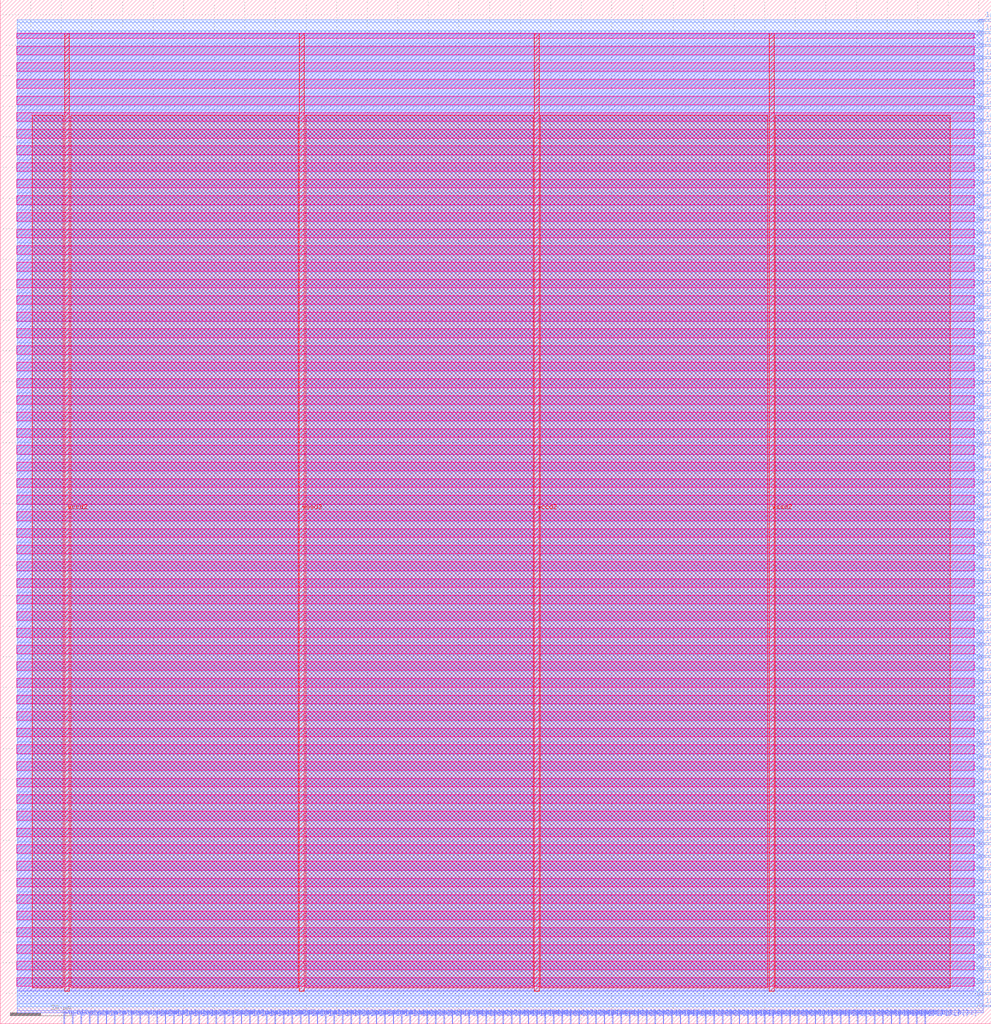
<source format=lef>
VERSION 5.7 ;
  NOWIREEXTENSIONATPIN ON ;
  DIVIDERCHAR "/" ;
  BUSBITCHARS "[]" ;
MACRO wb_RAxM
  CLASS BLOCK ;
  FOREIGN wb_RAxM ;
  ORIGIN 0.000 0.000 ;
  SIZE 324.040 BY 334.760 ;
  PIN la_data_in[0]
    DIRECTION INPUT ;
    USE SIGNAL ;
    ANTENNAGATEAREA 0.126000 ;
    PORT
      LAYER met3 ;
        RECT 320.040 5.480 324.040 6.080 ;
    END
  END la_data_in[0]
  PIN la_data_in[10]
    DIRECTION INPUT ;
    USE SIGNAL ;
    ANTENNAGATEAREA 0.126000 ;
    ANTENNADIFFAREA 0.434700 ;
    PORT
      LAYER met3 ;
        RECT 320.040 46.280 324.040 46.880 ;
    END
  END la_data_in[10]
  PIN la_data_in[11]
    DIRECTION INPUT ;
    USE SIGNAL ;
    ANTENNAGATEAREA 0.126000 ;
    PORT
      LAYER met3 ;
        RECT 320.040 50.360 324.040 50.960 ;
    END
  END la_data_in[11]
  PIN la_data_in[12]
    DIRECTION INPUT ;
    USE SIGNAL ;
    ANTENNAGATEAREA 0.126000 ;
    PORT
      LAYER met3 ;
        RECT 320.040 54.440 324.040 55.040 ;
    END
  END la_data_in[12]
  PIN la_data_in[13]
    DIRECTION INPUT ;
    USE SIGNAL ;
    ANTENNAGATEAREA 0.126000 ;
    PORT
      LAYER met3 ;
        RECT 320.040 58.520 324.040 59.120 ;
    END
  END la_data_in[13]
  PIN la_data_in[14]
    DIRECTION INPUT ;
    USE SIGNAL ;
    ANTENNAGATEAREA 0.126000 ;
    PORT
      LAYER met3 ;
        RECT 320.040 62.600 324.040 63.200 ;
    END
  END la_data_in[14]
  PIN la_data_in[15]
    DIRECTION INPUT ;
    USE SIGNAL ;
    ANTENNAGATEAREA 0.126000 ;
    PORT
      LAYER met3 ;
        RECT 320.040 66.680 324.040 67.280 ;
    END
  END la_data_in[15]
  PIN la_data_in[16]
    DIRECTION INPUT ;
    USE SIGNAL ;
    ANTENNAGATEAREA 0.126000 ;
    PORT
      LAYER met3 ;
        RECT 320.040 70.760 324.040 71.360 ;
    END
  END la_data_in[16]
  PIN la_data_in[17]
    DIRECTION INPUT ;
    USE SIGNAL ;
    ANTENNAGATEAREA 0.126000 ;
    PORT
      LAYER met3 ;
        RECT 320.040 74.840 324.040 75.440 ;
    END
  END la_data_in[17]
  PIN la_data_in[18]
    DIRECTION INPUT ;
    USE SIGNAL ;
    ANTENNAGATEAREA 0.126000 ;
    PORT
      LAYER met3 ;
        RECT 320.040 78.920 324.040 79.520 ;
    END
  END la_data_in[18]
  PIN la_data_in[19]
    DIRECTION INPUT ;
    USE SIGNAL ;
    ANTENNAGATEAREA 0.126000 ;
    PORT
      LAYER met3 ;
        RECT 320.040 83.000 324.040 83.600 ;
    END
  END la_data_in[19]
  PIN la_data_in[1]
    DIRECTION INPUT ;
    USE SIGNAL ;
    ANTENNAGATEAREA 0.126000 ;
    PORT
      LAYER met3 ;
        RECT 320.040 9.560 324.040 10.160 ;
    END
  END la_data_in[1]
  PIN la_data_in[20]
    DIRECTION INPUT ;
    USE SIGNAL ;
    ANTENNAGATEAREA 0.126000 ;
    PORT
      LAYER met3 ;
        RECT 320.040 87.080 324.040 87.680 ;
    END
  END la_data_in[20]
  PIN la_data_in[21]
    DIRECTION INPUT ;
    USE SIGNAL ;
    ANTENNAGATEAREA 0.126000 ;
    PORT
      LAYER met3 ;
        RECT 320.040 91.160 324.040 91.760 ;
    END
  END la_data_in[21]
  PIN la_data_in[22]
    DIRECTION INPUT ;
    USE SIGNAL ;
    ANTENNAGATEAREA 0.126000 ;
    PORT
      LAYER met3 ;
        RECT 320.040 95.240 324.040 95.840 ;
    END
  END la_data_in[22]
  PIN la_data_in[23]
    DIRECTION INPUT ;
    USE SIGNAL ;
    ANTENNAGATEAREA 0.126000 ;
    PORT
      LAYER met3 ;
        RECT 320.040 99.320 324.040 99.920 ;
    END
  END la_data_in[23]
  PIN la_data_in[24]
    DIRECTION INPUT ;
    USE SIGNAL ;
    ANTENNAGATEAREA 0.126000 ;
    PORT
      LAYER met3 ;
        RECT 320.040 103.400 324.040 104.000 ;
    END
  END la_data_in[24]
  PIN la_data_in[25]
    DIRECTION INPUT ;
    USE SIGNAL ;
    ANTENNAGATEAREA 0.126000 ;
    PORT
      LAYER met3 ;
        RECT 320.040 107.480 324.040 108.080 ;
    END
  END la_data_in[25]
  PIN la_data_in[26]
    DIRECTION INPUT ;
    USE SIGNAL ;
    ANTENNAGATEAREA 0.126000 ;
    PORT
      LAYER met3 ;
        RECT 320.040 111.560 324.040 112.160 ;
    END
  END la_data_in[26]
  PIN la_data_in[27]
    DIRECTION INPUT ;
    USE SIGNAL ;
    ANTENNAGATEAREA 0.126000 ;
    PORT
      LAYER met3 ;
        RECT 320.040 115.640 324.040 116.240 ;
    END
  END la_data_in[27]
  PIN la_data_in[28]
    DIRECTION INPUT ;
    USE SIGNAL ;
    ANTENNAGATEAREA 0.126000 ;
    PORT
      LAYER met3 ;
        RECT 320.040 119.720 324.040 120.320 ;
    END
  END la_data_in[28]
  PIN la_data_in[29]
    DIRECTION INPUT ;
    USE SIGNAL ;
    ANTENNAGATEAREA 0.126000 ;
    PORT
      LAYER met3 ;
        RECT 320.040 123.800 324.040 124.400 ;
    END
  END la_data_in[29]
  PIN la_data_in[2]
    DIRECTION INPUT ;
    USE SIGNAL ;
    ANTENNAGATEAREA 0.126000 ;
    PORT
      LAYER met3 ;
        RECT 320.040 13.640 324.040 14.240 ;
    END
  END la_data_in[2]
  PIN la_data_in[30]
    DIRECTION INPUT ;
    USE SIGNAL ;
    ANTENNAGATEAREA 0.126000 ;
    PORT
      LAYER met3 ;
        RECT 320.040 127.880 324.040 128.480 ;
    END
  END la_data_in[30]
  PIN la_data_in[31]
    DIRECTION INPUT ;
    USE SIGNAL ;
    ANTENNAGATEAREA 0.126000 ;
    PORT
      LAYER met3 ;
        RECT 320.040 131.960 324.040 132.560 ;
    END
  END la_data_in[31]
  PIN la_data_in[32]
    DIRECTION INPUT ;
    USE SIGNAL ;
    ANTENNAGATEAREA 0.126000 ;
    PORT
      LAYER met3 ;
        RECT 320.040 136.040 324.040 136.640 ;
    END
  END la_data_in[32]
  PIN la_data_in[33]
    DIRECTION INPUT ;
    USE SIGNAL ;
    ANTENNAGATEAREA 0.126000 ;
    PORT
      LAYER met3 ;
        RECT 320.040 140.120 324.040 140.720 ;
    END
  END la_data_in[33]
  PIN la_data_in[34]
    DIRECTION INPUT ;
    USE SIGNAL ;
    ANTENNAGATEAREA 0.126000 ;
    PORT
      LAYER met3 ;
        RECT 320.040 144.200 324.040 144.800 ;
    END
  END la_data_in[34]
  PIN la_data_in[35]
    DIRECTION INPUT ;
    USE SIGNAL ;
    ANTENNAGATEAREA 0.126000 ;
    PORT
      LAYER met3 ;
        RECT 320.040 148.280 324.040 148.880 ;
    END
  END la_data_in[35]
  PIN la_data_in[36]
    DIRECTION INPUT ;
    USE SIGNAL ;
    ANTENNAGATEAREA 0.126000 ;
    PORT
      LAYER met3 ;
        RECT 320.040 152.360 324.040 152.960 ;
    END
  END la_data_in[36]
  PIN la_data_in[37]
    DIRECTION INPUT ;
    USE SIGNAL ;
    ANTENNAGATEAREA 0.126000 ;
    PORT
      LAYER met3 ;
        RECT 320.040 156.440 324.040 157.040 ;
    END
  END la_data_in[37]
  PIN la_data_in[38]
    DIRECTION INPUT ;
    USE SIGNAL ;
    ANTENNAGATEAREA 0.126000 ;
    PORT
      LAYER met3 ;
        RECT 320.040 160.520 324.040 161.120 ;
    END
  END la_data_in[38]
  PIN la_data_in[39]
    DIRECTION INPUT ;
    USE SIGNAL ;
    ANTENNAGATEAREA 0.126000 ;
    PORT
      LAYER met3 ;
        RECT 320.040 164.600 324.040 165.200 ;
    END
  END la_data_in[39]
  PIN la_data_in[3]
    DIRECTION INPUT ;
    USE SIGNAL ;
    ANTENNAGATEAREA 0.126000 ;
    ANTENNADIFFAREA 0.434700 ;
    PORT
      LAYER met3 ;
        RECT 320.040 17.720 324.040 18.320 ;
    END
  END la_data_in[3]
  PIN la_data_in[40]
    DIRECTION INPUT ;
    USE SIGNAL ;
    ANTENNAGATEAREA 0.126000 ;
    PORT
      LAYER met3 ;
        RECT 320.040 168.680 324.040 169.280 ;
    END
  END la_data_in[40]
  PIN la_data_in[41]
    DIRECTION INPUT ;
    USE SIGNAL ;
    ANTENNAGATEAREA 0.126000 ;
    PORT
      LAYER met3 ;
        RECT 320.040 172.760 324.040 173.360 ;
    END
  END la_data_in[41]
  PIN la_data_in[42]
    DIRECTION INPUT ;
    USE SIGNAL ;
    ANTENNAGATEAREA 0.126000 ;
    PORT
      LAYER met3 ;
        RECT 320.040 176.840 324.040 177.440 ;
    END
  END la_data_in[42]
  PIN la_data_in[43]
    DIRECTION INPUT ;
    USE SIGNAL ;
    ANTENNAGATEAREA 0.126000 ;
    PORT
      LAYER met3 ;
        RECT 320.040 180.920 324.040 181.520 ;
    END
  END la_data_in[43]
  PIN la_data_in[44]
    DIRECTION INPUT ;
    USE SIGNAL ;
    ANTENNAGATEAREA 0.126000 ;
    PORT
      LAYER met3 ;
        RECT 320.040 185.000 324.040 185.600 ;
    END
  END la_data_in[44]
  PIN la_data_in[45]
    DIRECTION INPUT ;
    USE SIGNAL ;
    ANTENNAGATEAREA 0.126000 ;
    PORT
      LAYER met3 ;
        RECT 320.040 189.080 324.040 189.680 ;
    END
  END la_data_in[45]
  PIN la_data_in[46]
    DIRECTION INPUT ;
    USE SIGNAL ;
    ANTENNAGATEAREA 0.126000 ;
    PORT
      LAYER met3 ;
        RECT 320.040 193.160 324.040 193.760 ;
    END
  END la_data_in[46]
  PIN la_data_in[47]
    DIRECTION INPUT ;
    USE SIGNAL ;
    ANTENNAGATEAREA 0.126000 ;
    PORT
      LAYER met3 ;
        RECT 320.040 197.240 324.040 197.840 ;
    END
  END la_data_in[47]
  PIN la_data_in[4]
    DIRECTION INPUT ;
    USE SIGNAL ;
    ANTENNAGATEAREA 0.126000 ;
    PORT
      LAYER met3 ;
        RECT 320.040 21.800 324.040 22.400 ;
    END
  END la_data_in[4]
  PIN la_data_in[5]
    DIRECTION INPUT ;
    USE SIGNAL ;
    ANTENNAGATEAREA 0.126000 ;
    PORT
      LAYER met3 ;
        RECT 320.040 25.880 324.040 26.480 ;
    END
  END la_data_in[5]
  PIN la_data_in[6]
    DIRECTION INPUT ;
    USE SIGNAL ;
    ANTENNAGATEAREA 0.126000 ;
    ANTENNADIFFAREA 0.434700 ;
    PORT
      LAYER met3 ;
        RECT 320.040 29.960 324.040 30.560 ;
    END
  END la_data_in[6]
  PIN la_data_in[7]
    DIRECTION INPUT ;
    USE SIGNAL ;
    ANTENNAGATEAREA 0.126000 ;
    PORT
      LAYER met3 ;
        RECT 320.040 34.040 324.040 34.640 ;
    END
  END la_data_in[7]
  PIN la_data_in[8]
    DIRECTION INPUT ;
    USE SIGNAL ;
    ANTENNAGATEAREA 0.126000 ;
    PORT
      LAYER met3 ;
        RECT 320.040 38.120 324.040 38.720 ;
    END
  END la_data_in[8]
  PIN la_data_in[9]
    DIRECTION INPUT ;
    USE SIGNAL ;
    ANTENNAGATEAREA 0.126000 ;
    ANTENNADIFFAREA 0.434700 ;
    PORT
      LAYER met3 ;
        RECT 320.040 42.200 324.040 42.800 ;
    END
  END la_data_in[9]
  PIN la_data_out[0]
    DIRECTION OUTPUT TRISTATE ;
    USE SIGNAL ;
    ANTENNADIFFAREA 2.673000 ;
    PORT
      LAYER met3 ;
        RECT 320.040 201.320 324.040 201.920 ;
    END
  END la_data_out[0]
  PIN la_data_out[10]
    DIRECTION OUTPUT TRISTATE ;
    USE SIGNAL ;
    ANTENNADIFFAREA 2.673000 ;
    PORT
      LAYER met3 ;
        RECT 320.040 242.120 324.040 242.720 ;
    END
  END la_data_out[10]
  PIN la_data_out[11]
    DIRECTION OUTPUT TRISTATE ;
    USE SIGNAL ;
    ANTENNADIFFAREA 2.673000 ;
    PORT
      LAYER met3 ;
        RECT 320.040 246.200 324.040 246.800 ;
    END
  END la_data_out[11]
  PIN la_data_out[12]
    DIRECTION OUTPUT TRISTATE ;
    USE SIGNAL ;
    ANTENNADIFFAREA 2.673000 ;
    PORT
      LAYER met3 ;
        RECT 320.040 250.280 324.040 250.880 ;
    END
  END la_data_out[12]
  PIN la_data_out[13]
    DIRECTION OUTPUT TRISTATE ;
    USE SIGNAL ;
    ANTENNADIFFAREA 2.673000 ;
    PORT
      LAYER met3 ;
        RECT 320.040 254.360 324.040 254.960 ;
    END
  END la_data_out[13]
  PIN la_data_out[14]
    DIRECTION OUTPUT TRISTATE ;
    USE SIGNAL ;
    ANTENNADIFFAREA 2.673000 ;
    PORT
      LAYER met3 ;
        RECT 320.040 258.440 324.040 259.040 ;
    END
  END la_data_out[14]
  PIN la_data_out[15]
    DIRECTION OUTPUT TRISTATE ;
    USE SIGNAL ;
    ANTENNADIFFAREA 2.673000 ;
    PORT
      LAYER met3 ;
        RECT 320.040 262.520 324.040 263.120 ;
    END
  END la_data_out[15]
  PIN la_data_out[16]
    DIRECTION OUTPUT TRISTATE ;
    USE SIGNAL ;
    ANTENNADIFFAREA 2.673000 ;
    PORT
      LAYER met3 ;
        RECT 320.040 266.600 324.040 267.200 ;
    END
  END la_data_out[16]
  PIN la_data_out[17]
    DIRECTION OUTPUT TRISTATE ;
    USE SIGNAL ;
    ANTENNADIFFAREA 2.673000 ;
    PORT
      LAYER met3 ;
        RECT 320.040 270.680 324.040 271.280 ;
    END
  END la_data_out[17]
  PIN la_data_out[18]
    DIRECTION OUTPUT TRISTATE ;
    USE SIGNAL ;
    ANTENNADIFFAREA 2.673000 ;
    PORT
      LAYER met3 ;
        RECT 320.040 274.760 324.040 275.360 ;
    END
  END la_data_out[18]
  PIN la_data_out[19]
    DIRECTION OUTPUT TRISTATE ;
    USE SIGNAL ;
    ANTENNADIFFAREA 2.673000 ;
    PORT
      LAYER met3 ;
        RECT 320.040 278.840 324.040 279.440 ;
    END
  END la_data_out[19]
  PIN la_data_out[1]
    DIRECTION OUTPUT TRISTATE ;
    USE SIGNAL ;
    ANTENNADIFFAREA 2.673000 ;
    PORT
      LAYER met3 ;
        RECT 320.040 205.400 324.040 206.000 ;
    END
  END la_data_out[1]
  PIN la_data_out[20]
    DIRECTION OUTPUT TRISTATE ;
    USE SIGNAL ;
    ANTENNADIFFAREA 2.673000 ;
    PORT
      LAYER met3 ;
        RECT 320.040 282.920 324.040 283.520 ;
    END
  END la_data_out[20]
  PIN la_data_out[21]
    DIRECTION OUTPUT TRISTATE ;
    USE SIGNAL ;
    ANTENNADIFFAREA 2.673000 ;
    PORT
      LAYER met3 ;
        RECT 320.040 287.000 324.040 287.600 ;
    END
  END la_data_out[21]
  PIN la_data_out[22]
    DIRECTION OUTPUT TRISTATE ;
    USE SIGNAL ;
    ANTENNADIFFAREA 2.673000 ;
    PORT
      LAYER met3 ;
        RECT 320.040 291.080 324.040 291.680 ;
    END
  END la_data_out[22]
  PIN la_data_out[23]
    DIRECTION OUTPUT TRISTATE ;
    USE SIGNAL ;
    ANTENNADIFFAREA 2.673000 ;
    PORT
      LAYER met3 ;
        RECT 320.040 295.160 324.040 295.760 ;
    END
  END la_data_out[23]
  PIN la_data_out[24]
    DIRECTION OUTPUT TRISTATE ;
    USE SIGNAL ;
    ANTENNADIFFAREA 2.673000 ;
    PORT
      LAYER met3 ;
        RECT 320.040 299.240 324.040 299.840 ;
    END
  END la_data_out[24]
  PIN la_data_out[25]
    DIRECTION OUTPUT TRISTATE ;
    USE SIGNAL ;
    ANTENNADIFFAREA 2.673000 ;
    PORT
      LAYER met3 ;
        RECT 320.040 303.320 324.040 303.920 ;
    END
  END la_data_out[25]
  PIN la_data_out[26]
    DIRECTION OUTPUT TRISTATE ;
    USE SIGNAL ;
    ANTENNADIFFAREA 2.673000 ;
    PORT
      LAYER met3 ;
        RECT 320.040 307.400 324.040 308.000 ;
    END
  END la_data_out[26]
  PIN la_data_out[27]
    DIRECTION OUTPUT TRISTATE ;
    USE SIGNAL ;
    ANTENNADIFFAREA 2.673000 ;
    PORT
      LAYER met3 ;
        RECT 320.040 311.480 324.040 312.080 ;
    END
  END la_data_out[27]
  PIN la_data_out[28]
    DIRECTION OUTPUT TRISTATE ;
    USE SIGNAL ;
    ANTENNADIFFAREA 2.673000 ;
    PORT
      LAYER met3 ;
        RECT 320.040 315.560 324.040 316.160 ;
    END
  END la_data_out[28]
  PIN la_data_out[29]
    DIRECTION OUTPUT TRISTATE ;
    USE SIGNAL ;
    ANTENNADIFFAREA 2.673000 ;
    PORT
      LAYER met3 ;
        RECT 320.040 319.640 324.040 320.240 ;
    END
  END la_data_out[29]
  PIN la_data_out[2]
    DIRECTION OUTPUT TRISTATE ;
    USE SIGNAL ;
    ANTENNADIFFAREA 2.673000 ;
    PORT
      LAYER met3 ;
        RECT 320.040 209.480 324.040 210.080 ;
    END
  END la_data_out[2]
  PIN la_data_out[30]
    DIRECTION OUTPUT TRISTATE ;
    USE SIGNAL ;
    ANTENNADIFFAREA 2.673000 ;
    PORT
      LAYER met3 ;
        RECT 320.040 323.720 324.040 324.320 ;
    END
  END la_data_out[30]
  PIN la_data_out[31]
    DIRECTION OUTPUT TRISTATE ;
    USE SIGNAL ;
    ANTENNADIFFAREA 2.673000 ;
    PORT
      LAYER met3 ;
        RECT 320.040 327.800 324.040 328.400 ;
    END
  END la_data_out[31]
  PIN la_data_out[3]
    DIRECTION OUTPUT TRISTATE ;
    USE SIGNAL ;
    ANTENNADIFFAREA 2.673000 ;
    PORT
      LAYER met3 ;
        RECT 320.040 213.560 324.040 214.160 ;
    END
  END la_data_out[3]
  PIN la_data_out[4]
    DIRECTION OUTPUT TRISTATE ;
    USE SIGNAL ;
    ANTENNADIFFAREA 2.673000 ;
    PORT
      LAYER met3 ;
        RECT 320.040 217.640 324.040 218.240 ;
    END
  END la_data_out[4]
  PIN la_data_out[5]
    DIRECTION OUTPUT TRISTATE ;
    USE SIGNAL ;
    ANTENNADIFFAREA 2.673000 ;
    PORT
      LAYER met3 ;
        RECT 320.040 221.720 324.040 222.320 ;
    END
  END la_data_out[5]
  PIN la_data_out[6]
    DIRECTION OUTPUT TRISTATE ;
    USE SIGNAL ;
    ANTENNADIFFAREA 2.673000 ;
    PORT
      LAYER met3 ;
        RECT 320.040 225.800 324.040 226.400 ;
    END
  END la_data_out[6]
  PIN la_data_out[7]
    DIRECTION OUTPUT TRISTATE ;
    USE SIGNAL ;
    ANTENNADIFFAREA 2.673000 ;
    PORT
      LAYER met3 ;
        RECT 320.040 229.880 324.040 230.480 ;
    END
  END la_data_out[7]
  PIN la_data_out[8]
    DIRECTION OUTPUT TRISTATE ;
    USE SIGNAL ;
    ANTENNADIFFAREA 2.673000 ;
    PORT
      LAYER met3 ;
        RECT 320.040 233.960 324.040 234.560 ;
    END
  END la_data_out[8]
  PIN la_data_out[9]
    DIRECTION OUTPUT TRISTATE ;
    USE SIGNAL ;
    ANTENNADIFFAREA 2.673000 ;
    PORT
      LAYER met3 ;
        RECT 320.040 238.040 324.040 238.640 ;
    END
  END la_data_out[9]
  PIN vccd2
    DIRECTION INOUT ;
    USE POWER ;
    PORT
      LAYER met4 ;
        RECT 21.040 10.640 22.640 323.920 ;
    END
    PORT
      LAYER met4 ;
        RECT 174.640 10.640 176.240 323.920 ;
    END
  END vccd2
  PIN vssd2
    DIRECTION INOUT ;
    USE GROUND ;
    PORT
      LAYER met4 ;
        RECT 97.840 10.640 99.440 323.920 ;
    END
    PORT
      LAYER met4 ;
        RECT 251.440 10.640 253.040 323.920 ;
    END
  END vssd2
  PIN wb_clk_i
    DIRECTION INPUT ;
    USE SIGNAL ;
    ANTENNAGATEAREA 0.852000 ;
    PORT
      LAYER met2 ;
        RECT 20.790 0.000 21.070 4.000 ;
    END
  END wb_clk_i
  PIN wb_rst_i
    DIRECTION INPUT ;
    USE SIGNAL ;
    ANTENNAGATEAREA 0.196500 ;
    PORT
      LAYER met2 ;
        RECT 23.550 0.000 23.830 4.000 ;
    END
  END wb_rst_i
  PIN wbs_ack_o
    DIRECTION OUTPUT TRISTATE ;
    USE SIGNAL ;
    ANTENNADIFFAREA 2.673000 ;
    PORT
      LAYER met2 ;
        RECT 26.310 0.000 26.590 4.000 ;
    END
  END wbs_ack_o
  PIN wbs_adr_i[0]
    DIRECTION INPUT ;
    USE SIGNAL ;
    ANTENNAGATEAREA 0.126000 ;
    PORT
      LAYER met2 ;
        RECT 40.110 0.000 40.390 4.000 ;
    END
  END wbs_adr_i[0]
  PIN wbs_adr_i[10]
    DIRECTION INPUT ;
    USE SIGNAL ;
    ANTENNAGATEAREA 0.196500 ;
    PORT
      LAYER met2 ;
        RECT 122.910 0.000 123.190 4.000 ;
    END
  END wbs_adr_i[10]
  PIN wbs_adr_i[11]
    DIRECTION INPUT ;
    USE SIGNAL ;
    ANTENNAGATEAREA 0.196500 ;
    ANTENNADIFFAREA 0.434700 ;
    PORT
      LAYER met2 ;
        RECT 131.190 0.000 131.470 4.000 ;
    END
  END wbs_adr_i[11]
  PIN wbs_adr_i[12]
    DIRECTION INPUT ;
    USE SIGNAL ;
    ANTENNAGATEAREA 0.196500 ;
    PORT
      LAYER met2 ;
        RECT 139.470 0.000 139.750 4.000 ;
    END
  END wbs_adr_i[12]
  PIN wbs_adr_i[13]
    DIRECTION INPUT ;
    USE SIGNAL ;
    ANTENNAGATEAREA 0.196500 ;
    PORT
      LAYER met2 ;
        RECT 147.750 0.000 148.030 4.000 ;
    END
  END wbs_adr_i[13]
  PIN wbs_adr_i[14]
    DIRECTION INPUT ;
    USE SIGNAL ;
    ANTENNAGATEAREA 0.196500 ;
    PORT
      LAYER met2 ;
        RECT 156.030 0.000 156.310 4.000 ;
    END
  END wbs_adr_i[14]
  PIN wbs_adr_i[15]
    DIRECTION INPUT ;
    USE SIGNAL ;
    ANTENNAGATEAREA 0.196500 ;
    PORT
      LAYER met2 ;
        RECT 164.310 0.000 164.590 4.000 ;
    END
  END wbs_adr_i[15]
  PIN wbs_adr_i[16]
    DIRECTION INPUT ;
    USE SIGNAL ;
    ANTENNAGATEAREA 0.196500 ;
    PORT
      LAYER met2 ;
        RECT 172.590 0.000 172.870 4.000 ;
    END
  END wbs_adr_i[16]
  PIN wbs_adr_i[17]
    DIRECTION INPUT ;
    USE SIGNAL ;
    ANTENNAGATEAREA 0.196500 ;
    PORT
      LAYER met2 ;
        RECT 180.870 0.000 181.150 4.000 ;
    END
  END wbs_adr_i[17]
  PIN wbs_adr_i[18]
    DIRECTION INPUT ;
    USE SIGNAL ;
    ANTENNAGATEAREA 0.196500 ;
    PORT
      LAYER met2 ;
        RECT 189.150 0.000 189.430 4.000 ;
    END
  END wbs_adr_i[18]
  PIN wbs_adr_i[19]
    DIRECTION INPUT ;
    USE SIGNAL ;
    ANTENNAGATEAREA 0.196500 ;
    PORT
      LAYER met2 ;
        RECT 197.430 0.000 197.710 4.000 ;
    END
  END wbs_adr_i[19]
  PIN wbs_adr_i[1]
    DIRECTION INPUT ;
    USE SIGNAL ;
    ANTENNAGATEAREA 0.126000 ;
    PORT
      LAYER met2 ;
        RECT 48.390 0.000 48.670 4.000 ;
    END
  END wbs_adr_i[1]
  PIN wbs_adr_i[20]
    DIRECTION INPUT ;
    USE SIGNAL ;
    ANTENNAGATEAREA 0.196500 ;
    PORT
      LAYER met2 ;
        RECT 205.710 0.000 205.990 4.000 ;
    END
  END wbs_adr_i[20]
  PIN wbs_adr_i[21]
    DIRECTION INPUT ;
    USE SIGNAL ;
    ANTENNAGATEAREA 0.196500 ;
    PORT
      LAYER met2 ;
        RECT 213.990 0.000 214.270 4.000 ;
    END
  END wbs_adr_i[21]
  PIN wbs_adr_i[22]
    DIRECTION INPUT ;
    USE SIGNAL ;
    ANTENNAGATEAREA 0.126000 ;
    PORT
      LAYER met2 ;
        RECT 222.270 0.000 222.550 4.000 ;
    END
  END wbs_adr_i[22]
  PIN wbs_adr_i[23]
    DIRECTION INPUT ;
    USE SIGNAL ;
    ANTENNAGATEAREA 0.196500 ;
    PORT
      LAYER met2 ;
        RECT 230.550 0.000 230.830 4.000 ;
    END
  END wbs_adr_i[23]
  PIN wbs_adr_i[24]
    DIRECTION INPUT ;
    USE SIGNAL ;
    ANTENNAGATEAREA 0.196500 ;
    PORT
      LAYER met2 ;
        RECT 238.830 0.000 239.110 4.000 ;
    END
  END wbs_adr_i[24]
  PIN wbs_adr_i[25]
    DIRECTION INPUT ;
    USE SIGNAL ;
    ANTENNAGATEAREA 0.196500 ;
    PORT
      LAYER met2 ;
        RECT 247.110 0.000 247.390 4.000 ;
    END
  END wbs_adr_i[25]
  PIN wbs_adr_i[26]
    DIRECTION INPUT ;
    USE SIGNAL ;
    ANTENNAGATEAREA 0.126000 ;
    PORT
      LAYER met2 ;
        RECT 255.390 0.000 255.670 4.000 ;
    END
  END wbs_adr_i[26]
  PIN wbs_adr_i[27]
    DIRECTION INPUT ;
    USE SIGNAL ;
    ANTENNAGATEAREA 0.196500 ;
    PORT
      LAYER met2 ;
        RECT 263.670 0.000 263.950 4.000 ;
    END
  END wbs_adr_i[27]
  PIN wbs_adr_i[28]
    DIRECTION INPUT ;
    USE SIGNAL ;
    ANTENNAGATEAREA 0.196500 ;
    PORT
      LAYER met2 ;
        RECT 271.950 0.000 272.230 4.000 ;
    END
  END wbs_adr_i[28]
  PIN wbs_adr_i[29]
    DIRECTION INPUT ;
    USE SIGNAL ;
    ANTENNAGATEAREA 0.196500 ;
    PORT
      LAYER met2 ;
        RECT 280.230 0.000 280.510 4.000 ;
    END
  END wbs_adr_i[29]
  PIN wbs_adr_i[2]
    DIRECTION INPUT ;
    USE SIGNAL ;
    ANTENNAGATEAREA 0.126000 ;
    ANTENNADIFFAREA 0.434700 ;
    PORT
      LAYER met2 ;
        RECT 56.670 0.000 56.950 4.000 ;
    END
  END wbs_adr_i[2]
  PIN wbs_adr_i[30]
    DIRECTION INPUT ;
    USE SIGNAL ;
    ANTENNAGATEAREA 0.196500 ;
    PORT
      LAYER met2 ;
        RECT 288.510 0.000 288.790 4.000 ;
    END
  END wbs_adr_i[30]
  PIN wbs_adr_i[31]
    DIRECTION INPUT ;
    USE SIGNAL ;
    ANTENNAGATEAREA 0.196500 ;
    PORT
      LAYER met2 ;
        RECT 296.790 0.000 297.070 4.000 ;
    END
  END wbs_adr_i[31]
  PIN wbs_adr_i[3]
    DIRECTION INPUT ;
    USE SIGNAL ;
    ANTENNAGATEAREA 0.126000 ;
    PORT
      LAYER met2 ;
        RECT 64.950 0.000 65.230 4.000 ;
    END
  END wbs_adr_i[3]
  PIN wbs_adr_i[4]
    DIRECTION INPUT ;
    USE SIGNAL ;
    ANTENNAGATEAREA 0.196500 ;
    PORT
      LAYER met2 ;
        RECT 73.230 0.000 73.510 4.000 ;
    END
  END wbs_adr_i[4]
  PIN wbs_adr_i[5]
    DIRECTION INPUT ;
    USE SIGNAL ;
    ANTENNAGATEAREA 0.196500 ;
    PORT
      LAYER met2 ;
        RECT 81.510 0.000 81.790 4.000 ;
    END
  END wbs_adr_i[5]
  PIN wbs_adr_i[6]
    DIRECTION INPUT ;
    USE SIGNAL ;
    ANTENNAGATEAREA 0.196500 ;
    PORT
      LAYER met2 ;
        RECT 89.790 0.000 90.070 4.000 ;
    END
  END wbs_adr_i[6]
  PIN wbs_adr_i[7]
    DIRECTION INPUT ;
    USE SIGNAL ;
    ANTENNAGATEAREA 0.196500 ;
    PORT
      LAYER met2 ;
        RECT 98.070 0.000 98.350 4.000 ;
    END
  END wbs_adr_i[7]
  PIN wbs_adr_i[8]
    DIRECTION INPUT ;
    USE SIGNAL ;
    ANTENNAGATEAREA 0.196500 ;
    PORT
      LAYER met2 ;
        RECT 106.350 0.000 106.630 4.000 ;
    END
  END wbs_adr_i[8]
  PIN wbs_adr_i[9]
    DIRECTION INPUT ;
    USE SIGNAL ;
    ANTENNAGATEAREA 0.196500 ;
    PORT
      LAYER met2 ;
        RECT 114.630 0.000 114.910 4.000 ;
    END
  END wbs_adr_i[9]
  PIN wbs_cyc_i
    DIRECTION INPUT ;
    USE SIGNAL ;
    ANTENNAGATEAREA 0.126000 ;
    PORT
      LAYER met2 ;
        RECT 29.070 0.000 29.350 4.000 ;
    END
  END wbs_cyc_i
  PIN wbs_dat_i[0]
    DIRECTION INPUT ;
    USE SIGNAL ;
    ANTENNAGATEAREA 0.126000 ;
    PORT
      LAYER met2 ;
        RECT 42.870 0.000 43.150 4.000 ;
    END
  END wbs_dat_i[0]
  PIN wbs_dat_i[10]
    DIRECTION INPUT ;
    USE SIGNAL ;
    ANTENNAGATEAREA 0.126000 ;
    PORT
      LAYER met2 ;
        RECT 125.670 0.000 125.950 4.000 ;
    END
  END wbs_dat_i[10]
  PIN wbs_dat_i[11]
    DIRECTION INPUT ;
    USE SIGNAL ;
    ANTENNAGATEAREA 0.126000 ;
    PORT
      LAYER met2 ;
        RECT 133.950 0.000 134.230 4.000 ;
    END
  END wbs_dat_i[11]
  PIN wbs_dat_i[12]
    DIRECTION INPUT ;
    USE SIGNAL ;
    ANTENNAGATEAREA 0.126000 ;
    PORT
      LAYER met2 ;
        RECT 142.230 0.000 142.510 4.000 ;
    END
  END wbs_dat_i[12]
  PIN wbs_dat_i[13]
    DIRECTION INPUT ;
    USE SIGNAL ;
    ANTENNAGATEAREA 0.126000 ;
    PORT
      LAYER met2 ;
        RECT 150.510 0.000 150.790 4.000 ;
    END
  END wbs_dat_i[13]
  PIN wbs_dat_i[14]
    DIRECTION INPUT ;
    USE SIGNAL ;
    ANTENNAGATEAREA 0.126000 ;
    PORT
      LAYER met2 ;
        RECT 158.790 0.000 159.070 4.000 ;
    END
  END wbs_dat_i[14]
  PIN wbs_dat_i[15]
    DIRECTION INPUT ;
    USE SIGNAL ;
    ANTENNAGATEAREA 0.126000 ;
    PORT
      LAYER met2 ;
        RECT 167.070 0.000 167.350 4.000 ;
    END
  END wbs_dat_i[15]
  PIN wbs_dat_i[16]
    DIRECTION INPUT ;
    USE SIGNAL ;
    PORT
      LAYER met2 ;
        RECT 175.350 0.000 175.630 4.000 ;
    END
  END wbs_dat_i[16]
  PIN wbs_dat_i[17]
    DIRECTION INPUT ;
    USE SIGNAL ;
    PORT
      LAYER met2 ;
        RECT 183.630 0.000 183.910 4.000 ;
    END
  END wbs_dat_i[17]
  PIN wbs_dat_i[18]
    DIRECTION INPUT ;
    USE SIGNAL ;
    PORT
      LAYER met2 ;
        RECT 191.910 0.000 192.190 4.000 ;
    END
  END wbs_dat_i[18]
  PIN wbs_dat_i[19]
    DIRECTION INPUT ;
    USE SIGNAL ;
    PORT
      LAYER met2 ;
        RECT 200.190 0.000 200.470 4.000 ;
    END
  END wbs_dat_i[19]
  PIN wbs_dat_i[1]
    DIRECTION INPUT ;
    USE SIGNAL ;
    ANTENNAGATEAREA 0.126000 ;
    PORT
      LAYER met2 ;
        RECT 51.150 0.000 51.430 4.000 ;
    END
  END wbs_dat_i[1]
  PIN wbs_dat_i[20]
    DIRECTION INPUT ;
    USE SIGNAL ;
    PORT
      LAYER met2 ;
        RECT 208.470 0.000 208.750 4.000 ;
    END
  END wbs_dat_i[20]
  PIN wbs_dat_i[21]
    DIRECTION INPUT ;
    USE SIGNAL ;
    PORT
      LAYER met2 ;
        RECT 216.750 0.000 217.030 4.000 ;
    END
  END wbs_dat_i[21]
  PIN wbs_dat_i[22]
    DIRECTION INPUT ;
    USE SIGNAL ;
    PORT
      LAYER met2 ;
        RECT 225.030 0.000 225.310 4.000 ;
    END
  END wbs_dat_i[22]
  PIN wbs_dat_i[23]
    DIRECTION INPUT ;
    USE SIGNAL ;
    PORT
      LAYER met2 ;
        RECT 233.310 0.000 233.590 4.000 ;
    END
  END wbs_dat_i[23]
  PIN wbs_dat_i[24]
    DIRECTION INPUT ;
    USE SIGNAL ;
    PORT
      LAYER met2 ;
        RECT 241.590 0.000 241.870 4.000 ;
    END
  END wbs_dat_i[24]
  PIN wbs_dat_i[25]
    DIRECTION INPUT ;
    USE SIGNAL ;
    PORT
      LAYER met2 ;
        RECT 249.870 0.000 250.150 4.000 ;
    END
  END wbs_dat_i[25]
  PIN wbs_dat_i[26]
    DIRECTION INPUT ;
    USE SIGNAL ;
    PORT
      LAYER met2 ;
        RECT 258.150 0.000 258.430 4.000 ;
    END
  END wbs_dat_i[26]
  PIN wbs_dat_i[27]
    DIRECTION INPUT ;
    USE SIGNAL ;
    PORT
      LAYER met2 ;
        RECT 266.430 0.000 266.710 4.000 ;
    END
  END wbs_dat_i[27]
  PIN wbs_dat_i[28]
    DIRECTION INPUT ;
    USE SIGNAL ;
    PORT
      LAYER met2 ;
        RECT 274.710 0.000 274.990 4.000 ;
    END
  END wbs_dat_i[28]
  PIN wbs_dat_i[29]
    DIRECTION INPUT ;
    USE SIGNAL ;
    PORT
      LAYER met2 ;
        RECT 282.990 0.000 283.270 4.000 ;
    END
  END wbs_dat_i[29]
  PIN wbs_dat_i[2]
    DIRECTION INPUT ;
    USE SIGNAL ;
    ANTENNAGATEAREA 0.126000 ;
    PORT
      LAYER met2 ;
        RECT 59.430 0.000 59.710 4.000 ;
    END
  END wbs_dat_i[2]
  PIN wbs_dat_i[30]
    DIRECTION INPUT ;
    USE SIGNAL ;
    PORT
      LAYER met2 ;
        RECT 291.270 0.000 291.550 4.000 ;
    END
  END wbs_dat_i[30]
  PIN wbs_dat_i[31]
    DIRECTION INPUT ;
    USE SIGNAL ;
    PORT
      LAYER met2 ;
        RECT 299.550 0.000 299.830 4.000 ;
    END
  END wbs_dat_i[31]
  PIN wbs_dat_i[3]
    DIRECTION INPUT ;
    USE SIGNAL ;
    ANTENNAGATEAREA 0.126000 ;
    PORT
      LAYER met2 ;
        RECT 67.710 0.000 67.990 4.000 ;
    END
  END wbs_dat_i[3]
  PIN wbs_dat_i[4]
    DIRECTION INPUT ;
    USE SIGNAL ;
    ANTENNAGATEAREA 0.126000 ;
    PORT
      LAYER met2 ;
        RECT 75.990 0.000 76.270 4.000 ;
    END
  END wbs_dat_i[4]
  PIN wbs_dat_i[5]
    DIRECTION INPUT ;
    USE SIGNAL ;
    ANTENNAGATEAREA 0.126000 ;
    ANTENNADIFFAREA 0.434700 ;
    PORT
      LAYER met2 ;
        RECT 84.270 0.000 84.550 4.000 ;
    END
  END wbs_dat_i[5]
  PIN wbs_dat_i[6]
    DIRECTION INPUT ;
    USE SIGNAL ;
    ANTENNAGATEAREA 0.126000 ;
    PORT
      LAYER met2 ;
        RECT 92.550 0.000 92.830 4.000 ;
    END
  END wbs_dat_i[6]
  PIN wbs_dat_i[7]
    DIRECTION INPUT ;
    USE SIGNAL ;
    ANTENNAGATEAREA 0.126000 ;
    PORT
      LAYER met2 ;
        RECT 100.830 0.000 101.110 4.000 ;
    END
  END wbs_dat_i[7]
  PIN wbs_dat_i[8]
    DIRECTION INPUT ;
    USE SIGNAL ;
    ANTENNAGATEAREA 0.126000 ;
    ANTENNADIFFAREA 0.434700 ;
    PORT
      LAYER met2 ;
        RECT 109.110 0.000 109.390 4.000 ;
    END
  END wbs_dat_i[8]
  PIN wbs_dat_i[9]
    DIRECTION INPUT ;
    USE SIGNAL ;
    ANTENNAGATEAREA 0.126000 ;
    PORT
      LAYER met2 ;
        RECT 117.390 0.000 117.670 4.000 ;
    END
  END wbs_dat_i[9]
  PIN wbs_dat_o[0]
    DIRECTION OUTPUT TRISTATE ;
    USE SIGNAL ;
    ANTENNADIFFAREA 2.673000 ;
    PORT
      LAYER met2 ;
        RECT 45.630 0.000 45.910 4.000 ;
    END
  END wbs_dat_o[0]
  PIN wbs_dat_o[10]
    DIRECTION OUTPUT TRISTATE ;
    USE SIGNAL ;
    ANTENNADIFFAREA 2.673000 ;
    PORT
      LAYER met2 ;
        RECT 128.430 0.000 128.710 4.000 ;
    END
  END wbs_dat_o[10]
  PIN wbs_dat_o[11]
    DIRECTION OUTPUT TRISTATE ;
    USE SIGNAL ;
    ANTENNADIFFAREA 2.673000 ;
    PORT
      LAYER met2 ;
        RECT 136.710 0.000 136.990 4.000 ;
    END
  END wbs_dat_o[11]
  PIN wbs_dat_o[12]
    DIRECTION OUTPUT TRISTATE ;
    USE SIGNAL ;
    ANTENNADIFFAREA 2.673000 ;
    PORT
      LAYER met2 ;
        RECT 144.990 0.000 145.270 4.000 ;
    END
  END wbs_dat_o[12]
  PIN wbs_dat_o[13]
    DIRECTION OUTPUT TRISTATE ;
    USE SIGNAL ;
    ANTENNADIFFAREA 2.673000 ;
    PORT
      LAYER met2 ;
        RECT 153.270 0.000 153.550 4.000 ;
    END
  END wbs_dat_o[13]
  PIN wbs_dat_o[14]
    DIRECTION OUTPUT TRISTATE ;
    USE SIGNAL ;
    ANTENNADIFFAREA 2.673000 ;
    PORT
      LAYER met2 ;
        RECT 161.550 0.000 161.830 4.000 ;
    END
  END wbs_dat_o[14]
  PIN wbs_dat_o[15]
    DIRECTION OUTPUT TRISTATE ;
    USE SIGNAL ;
    ANTENNADIFFAREA 2.673000 ;
    PORT
      LAYER met2 ;
        RECT 169.830 0.000 170.110 4.000 ;
    END
  END wbs_dat_o[15]
  PIN wbs_dat_o[16]
    DIRECTION OUTPUT TRISTATE ;
    USE SIGNAL ;
    ANTENNADIFFAREA 2.673000 ;
    PORT
      LAYER met2 ;
        RECT 178.110 0.000 178.390 4.000 ;
    END
  END wbs_dat_o[16]
  PIN wbs_dat_o[17]
    DIRECTION OUTPUT TRISTATE ;
    USE SIGNAL ;
    ANTENNADIFFAREA 2.673000 ;
    PORT
      LAYER met2 ;
        RECT 186.390 0.000 186.670 4.000 ;
    END
  END wbs_dat_o[17]
  PIN wbs_dat_o[18]
    DIRECTION OUTPUT TRISTATE ;
    USE SIGNAL ;
    ANTENNADIFFAREA 2.673000 ;
    PORT
      LAYER met2 ;
        RECT 194.670 0.000 194.950 4.000 ;
    END
  END wbs_dat_o[18]
  PIN wbs_dat_o[19]
    DIRECTION OUTPUT TRISTATE ;
    USE SIGNAL ;
    ANTENNADIFFAREA 2.673000 ;
    PORT
      LAYER met2 ;
        RECT 202.950 0.000 203.230 4.000 ;
    END
  END wbs_dat_o[19]
  PIN wbs_dat_o[1]
    DIRECTION OUTPUT TRISTATE ;
    USE SIGNAL ;
    ANTENNADIFFAREA 2.673000 ;
    PORT
      LAYER met2 ;
        RECT 53.910 0.000 54.190 4.000 ;
    END
  END wbs_dat_o[1]
  PIN wbs_dat_o[20]
    DIRECTION OUTPUT TRISTATE ;
    USE SIGNAL ;
    ANTENNADIFFAREA 2.673000 ;
    PORT
      LAYER met2 ;
        RECT 211.230 0.000 211.510 4.000 ;
    END
  END wbs_dat_o[20]
  PIN wbs_dat_o[21]
    DIRECTION OUTPUT TRISTATE ;
    USE SIGNAL ;
    ANTENNADIFFAREA 2.673000 ;
    PORT
      LAYER met2 ;
        RECT 219.510 0.000 219.790 4.000 ;
    END
  END wbs_dat_o[21]
  PIN wbs_dat_o[22]
    DIRECTION OUTPUT TRISTATE ;
    USE SIGNAL ;
    ANTENNADIFFAREA 2.673000 ;
    PORT
      LAYER met2 ;
        RECT 227.790 0.000 228.070 4.000 ;
    END
  END wbs_dat_o[22]
  PIN wbs_dat_o[23]
    DIRECTION OUTPUT TRISTATE ;
    USE SIGNAL ;
    ANTENNADIFFAREA 2.673000 ;
    PORT
      LAYER met2 ;
        RECT 236.070 0.000 236.350 4.000 ;
    END
  END wbs_dat_o[23]
  PIN wbs_dat_o[24]
    DIRECTION OUTPUT TRISTATE ;
    USE SIGNAL ;
    ANTENNADIFFAREA 2.673000 ;
    PORT
      LAYER met2 ;
        RECT 244.350 0.000 244.630 4.000 ;
    END
  END wbs_dat_o[24]
  PIN wbs_dat_o[25]
    DIRECTION OUTPUT TRISTATE ;
    USE SIGNAL ;
    ANTENNADIFFAREA 2.673000 ;
    PORT
      LAYER met2 ;
        RECT 252.630 0.000 252.910 4.000 ;
    END
  END wbs_dat_o[25]
  PIN wbs_dat_o[26]
    DIRECTION OUTPUT TRISTATE ;
    USE SIGNAL ;
    ANTENNADIFFAREA 2.673000 ;
    PORT
      LAYER met2 ;
        RECT 260.910 0.000 261.190 4.000 ;
    END
  END wbs_dat_o[26]
  PIN wbs_dat_o[27]
    DIRECTION OUTPUT TRISTATE ;
    USE SIGNAL ;
    ANTENNADIFFAREA 2.673000 ;
    PORT
      LAYER met2 ;
        RECT 269.190 0.000 269.470 4.000 ;
    END
  END wbs_dat_o[27]
  PIN wbs_dat_o[28]
    DIRECTION OUTPUT TRISTATE ;
    USE SIGNAL ;
    ANTENNADIFFAREA 2.673000 ;
    PORT
      LAYER met2 ;
        RECT 277.470 0.000 277.750 4.000 ;
    END
  END wbs_dat_o[28]
  PIN wbs_dat_o[29]
    DIRECTION OUTPUT TRISTATE ;
    USE SIGNAL ;
    ANTENNADIFFAREA 2.673000 ;
    PORT
      LAYER met2 ;
        RECT 285.750 0.000 286.030 4.000 ;
    END
  END wbs_dat_o[29]
  PIN wbs_dat_o[2]
    DIRECTION OUTPUT TRISTATE ;
    USE SIGNAL ;
    ANTENNADIFFAREA 2.673000 ;
    PORT
      LAYER met2 ;
        RECT 62.190 0.000 62.470 4.000 ;
    END
  END wbs_dat_o[2]
  PIN wbs_dat_o[30]
    DIRECTION OUTPUT TRISTATE ;
    USE SIGNAL ;
    ANTENNADIFFAREA 2.673000 ;
    PORT
      LAYER met2 ;
        RECT 294.030 0.000 294.310 4.000 ;
    END
  END wbs_dat_o[30]
  PIN wbs_dat_o[31]
    DIRECTION OUTPUT TRISTATE ;
    USE SIGNAL ;
    ANTENNADIFFAREA 2.673000 ;
    PORT
      LAYER met2 ;
        RECT 302.310 0.000 302.590 4.000 ;
    END
  END wbs_dat_o[31]
  PIN wbs_dat_o[3]
    DIRECTION OUTPUT TRISTATE ;
    USE SIGNAL ;
    ANTENNADIFFAREA 2.673000 ;
    PORT
      LAYER met2 ;
        RECT 70.470 0.000 70.750 4.000 ;
    END
  END wbs_dat_o[3]
  PIN wbs_dat_o[4]
    DIRECTION OUTPUT TRISTATE ;
    USE SIGNAL ;
    ANTENNADIFFAREA 2.673000 ;
    PORT
      LAYER met2 ;
        RECT 78.750 0.000 79.030 4.000 ;
    END
  END wbs_dat_o[4]
  PIN wbs_dat_o[5]
    DIRECTION OUTPUT TRISTATE ;
    USE SIGNAL ;
    ANTENNADIFFAREA 2.673000 ;
    PORT
      LAYER met2 ;
        RECT 87.030 0.000 87.310 4.000 ;
    END
  END wbs_dat_o[5]
  PIN wbs_dat_o[6]
    DIRECTION OUTPUT TRISTATE ;
    USE SIGNAL ;
    ANTENNADIFFAREA 2.673000 ;
    PORT
      LAYER met2 ;
        RECT 95.310 0.000 95.590 4.000 ;
    END
  END wbs_dat_o[6]
  PIN wbs_dat_o[7]
    DIRECTION OUTPUT TRISTATE ;
    USE SIGNAL ;
    ANTENNADIFFAREA 2.673000 ;
    PORT
      LAYER met2 ;
        RECT 103.590 0.000 103.870 4.000 ;
    END
  END wbs_dat_o[7]
  PIN wbs_dat_o[8]
    DIRECTION OUTPUT TRISTATE ;
    USE SIGNAL ;
    ANTENNADIFFAREA 2.673000 ;
    PORT
      LAYER met2 ;
        RECT 111.870 0.000 112.150 4.000 ;
    END
  END wbs_dat_o[8]
  PIN wbs_dat_o[9]
    DIRECTION OUTPUT TRISTATE ;
    USE SIGNAL ;
    ANTENNADIFFAREA 2.673000 ;
    PORT
      LAYER met2 ;
        RECT 120.150 0.000 120.430 4.000 ;
    END
  END wbs_dat_o[9]
  PIN wbs_sta_o
    DIRECTION OUTPUT TRISTATE ;
    USE SIGNAL ;
    PORT
      LAYER met2 ;
        RECT 31.830 0.000 32.110 4.000 ;
    END
  END wbs_sta_o
  PIN wbs_stb_i
    DIRECTION INPUT ;
    USE SIGNAL ;
    ANTENNAGATEAREA 0.213000 ;
    PORT
      LAYER met2 ;
        RECT 34.590 0.000 34.870 4.000 ;
    END
  END wbs_stb_i
  PIN wbs_we_i
    DIRECTION INPUT ;
    USE SIGNAL ;
    ANTENNAGATEAREA 0.196500 ;
    PORT
      LAYER met2 ;
        RECT 37.350 0.000 37.630 4.000 ;
    END
  END wbs_we_i
  OBS
      LAYER nwell ;
        RECT 5.330 322.265 318.510 323.870 ;
        RECT 5.330 316.825 318.510 319.655 ;
        RECT 5.330 311.385 318.510 314.215 ;
        RECT 5.330 305.945 318.510 308.775 ;
        RECT 5.330 300.505 318.510 303.335 ;
        RECT 5.330 295.065 318.510 297.895 ;
        RECT 5.330 289.625 318.510 292.455 ;
        RECT 5.330 284.185 318.510 287.015 ;
        RECT 5.330 278.745 318.510 281.575 ;
        RECT 5.330 273.305 318.510 276.135 ;
        RECT 5.330 267.865 318.510 270.695 ;
        RECT 5.330 262.425 318.510 265.255 ;
        RECT 5.330 256.985 318.510 259.815 ;
        RECT 5.330 251.545 318.510 254.375 ;
        RECT 5.330 246.105 318.510 248.935 ;
        RECT 5.330 240.665 318.510 243.495 ;
        RECT 5.330 235.225 318.510 238.055 ;
        RECT 5.330 229.785 318.510 232.615 ;
        RECT 5.330 224.345 318.510 227.175 ;
        RECT 5.330 218.905 318.510 221.735 ;
        RECT 5.330 213.465 318.510 216.295 ;
        RECT 5.330 208.025 318.510 210.855 ;
        RECT 5.330 202.585 318.510 205.415 ;
        RECT 5.330 197.145 318.510 199.975 ;
        RECT 5.330 191.705 318.510 194.535 ;
        RECT 5.330 186.265 318.510 189.095 ;
        RECT 5.330 180.825 318.510 183.655 ;
        RECT 5.330 175.385 318.510 178.215 ;
        RECT 5.330 169.945 318.510 172.775 ;
        RECT 5.330 164.505 318.510 167.335 ;
        RECT 5.330 159.065 318.510 161.895 ;
        RECT 5.330 153.625 318.510 156.455 ;
        RECT 5.330 148.185 318.510 151.015 ;
        RECT 5.330 142.745 318.510 145.575 ;
        RECT 5.330 137.305 318.510 140.135 ;
        RECT 5.330 131.865 318.510 134.695 ;
        RECT 5.330 126.425 318.510 129.255 ;
        RECT 5.330 120.985 318.510 123.815 ;
        RECT 5.330 115.545 318.510 118.375 ;
        RECT 5.330 110.105 318.510 112.935 ;
        RECT 5.330 104.665 318.510 107.495 ;
        RECT 5.330 99.225 318.510 102.055 ;
        RECT 5.330 93.785 318.510 96.615 ;
        RECT 5.330 88.345 318.510 91.175 ;
        RECT 5.330 82.905 318.510 85.735 ;
        RECT 5.330 77.465 318.510 80.295 ;
        RECT 5.330 72.025 318.510 74.855 ;
        RECT 5.330 66.585 318.510 69.415 ;
        RECT 5.330 61.145 318.510 63.975 ;
        RECT 5.330 55.705 318.510 58.535 ;
        RECT 5.330 50.265 318.510 53.095 ;
        RECT 5.330 44.825 318.510 47.655 ;
        RECT 5.330 39.385 318.510 42.215 ;
        RECT 5.330 33.945 318.510 36.775 ;
        RECT 5.330 28.505 318.510 31.335 ;
        RECT 5.330 23.065 318.510 25.895 ;
        RECT 5.330 17.625 318.510 20.455 ;
        RECT 5.330 12.185 318.510 15.015 ;
      LAYER li1 ;
        RECT 5.520 10.795 318.320 323.765 ;
      LAYER met1 ;
        RECT 5.520 6.500 321.470 324.660 ;
      LAYER met2 ;
        RECT 5.610 4.280 321.450 328.285 ;
        RECT 5.610 3.670 20.510 4.280 ;
        RECT 21.350 3.670 23.270 4.280 ;
        RECT 24.110 3.670 26.030 4.280 ;
        RECT 26.870 3.670 28.790 4.280 ;
        RECT 29.630 3.670 31.550 4.280 ;
        RECT 32.390 3.670 34.310 4.280 ;
        RECT 35.150 3.670 37.070 4.280 ;
        RECT 37.910 3.670 39.830 4.280 ;
        RECT 40.670 3.670 42.590 4.280 ;
        RECT 43.430 3.670 45.350 4.280 ;
        RECT 46.190 3.670 48.110 4.280 ;
        RECT 48.950 3.670 50.870 4.280 ;
        RECT 51.710 3.670 53.630 4.280 ;
        RECT 54.470 3.670 56.390 4.280 ;
        RECT 57.230 3.670 59.150 4.280 ;
        RECT 59.990 3.670 61.910 4.280 ;
        RECT 62.750 3.670 64.670 4.280 ;
        RECT 65.510 3.670 67.430 4.280 ;
        RECT 68.270 3.670 70.190 4.280 ;
        RECT 71.030 3.670 72.950 4.280 ;
        RECT 73.790 3.670 75.710 4.280 ;
        RECT 76.550 3.670 78.470 4.280 ;
        RECT 79.310 3.670 81.230 4.280 ;
        RECT 82.070 3.670 83.990 4.280 ;
        RECT 84.830 3.670 86.750 4.280 ;
        RECT 87.590 3.670 89.510 4.280 ;
        RECT 90.350 3.670 92.270 4.280 ;
        RECT 93.110 3.670 95.030 4.280 ;
        RECT 95.870 3.670 97.790 4.280 ;
        RECT 98.630 3.670 100.550 4.280 ;
        RECT 101.390 3.670 103.310 4.280 ;
        RECT 104.150 3.670 106.070 4.280 ;
        RECT 106.910 3.670 108.830 4.280 ;
        RECT 109.670 3.670 111.590 4.280 ;
        RECT 112.430 3.670 114.350 4.280 ;
        RECT 115.190 3.670 117.110 4.280 ;
        RECT 117.950 3.670 119.870 4.280 ;
        RECT 120.710 3.670 122.630 4.280 ;
        RECT 123.470 3.670 125.390 4.280 ;
        RECT 126.230 3.670 128.150 4.280 ;
        RECT 128.990 3.670 130.910 4.280 ;
        RECT 131.750 3.670 133.670 4.280 ;
        RECT 134.510 3.670 136.430 4.280 ;
        RECT 137.270 3.670 139.190 4.280 ;
        RECT 140.030 3.670 141.950 4.280 ;
        RECT 142.790 3.670 144.710 4.280 ;
        RECT 145.550 3.670 147.470 4.280 ;
        RECT 148.310 3.670 150.230 4.280 ;
        RECT 151.070 3.670 152.990 4.280 ;
        RECT 153.830 3.670 155.750 4.280 ;
        RECT 156.590 3.670 158.510 4.280 ;
        RECT 159.350 3.670 161.270 4.280 ;
        RECT 162.110 3.670 164.030 4.280 ;
        RECT 164.870 3.670 166.790 4.280 ;
        RECT 167.630 3.670 169.550 4.280 ;
        RECT 170.390 3.670 172.310 4.280 ;
        RECT 173.150 3.670 175.070 4.280 ;
        RECT 175.910 3.670 177.830 4.280 ;
        RECT 178.670 3.670 180.590 4.280 ;
        RECT 181.430 3.670 183.350 4.280 ;
        RECT 184.190 3.670 186.110 4.280 ;
        RECT 186.950 3.670 188.870 4.280 ;
        RECT 189.710 3.670 191.630 4.280 ;
        RECT 192.470 3.670 194.390 4.280 ;
        RECT 195.230 3.670 197.150 4.280 ;
        RECT 197.990 3.670 199.910 4.280 ;
        RECT 200.750 3.670 202.670 4.280 ;
        RECT 203.510 3.670 205.430 4.280 ;
        RECT 206.270 3.670 208.190 4.280 ;
        RECT 209.030 3.670 210.950 4.280 ;
        RECT 211.790 3.670 213.710 4.280 ;
        RECT 214.550 3.670 216.470 4.280 ;
        RECT 217.310 3.670 219.230 4.280 ;
        RECT 220.070 3.670 221.990 4.280 ;
        RECT 222.830 3.670 224.750 4.280 ;
        RECT 225.590 3.670 227.510 4.280 ;
        RECT 228.350 3.670 230.270 4.280 ;
        RECT 231.110 3.670 233.030 4.280 ;
        RECT 233.870 3.670 235.790 4.280 ;
        RECT 236.630 3.670 238.550 4.280 ;
        RECT 239.390 3.670 241.310 4.280 ;
        RECT 242.150 3.670 244.070 4.280 ;
        RECT 244.910 3.670 246.830 4.280 ;
        RECT 247.670 3.670 249.590 4.280 ;
        RECT 250.430 3.670 252.350 4.280 ;
        RECT 253.190 3.670 255.110 4.280 ;
        RECT 255.950 3.670 257.870 4.280 ;
        RECT 258.710 3.670 260.630 4.280 ;
        RECT 261.470 3.670 263.390 4.280 ;
        RECT 264.230 3.670 266.150 4.280 ;
        RECT 266.990 3.670 268.910 4.280 ;
        RECT 269.750 3.670 271.670 4.280 ;
        RECT 272.510 3.670 274.430 4.280 ;
        RECT 275.270 3.670 277.190 4.280 ;
        RECT 278.030 3.670 279.950 4.280 ;
        RECT 280.790 3.670 282.710 4.280 ;
        RECT 283.550 3.670 285.470 4.280 ;
        RECT 286.310 3.670 288.230 4.280 ;
        RECT 289.070 3.670 290.990 4.280 ;
        RECT 291.830 3.670 293.750 4.280 ;
        RECT 294.590 3.670 296.510 4.280 ;
        RECT 297.350 3.670 299.270 4.280 ;
        RECT 300.110 3.670 302.030 4.280 ;
        RECT 302.870 3.670 321.450 4.280 ;
      LAYER met3 ;
        RECT 5.585 327.400 319.640 328.265 ;
        RECT 5.585 324.720 321.475 327.400 ;
        RECT 5.585 323.320 319.640 324.720 ;
        RECT 5.585 320.640 321.475 323.320 ;
        RECT 5.585 319.240 319.640 320.640 ;
        RECT 5.585 316.560 321.475 319.240 ;
        RECT 5.585 315.160 319.640 316.560 ;
        RECT 5.585 312.480 321.475 315.160 ;
        RECT 5.585 311.080 319.640 312.480 ;
        RECT 5.585 308.400 321.475 311.080 ;
        RECT 5.585 307.000 319.640 308.400 ;
        RECT 5.585 304.320 321.475 307.000 ;
        RECT 5.585 302.920 319.640 304.320 ;
        RECT 5.585 300.240 321.475 302.920 ;
        RECT 5.585 298.840 319.640 300.240 ;
        RECT 5.585 296.160 321.475 298.840 ;
        RECT 5.585 294.760 319.640 296.160 ;
        RECT 5.585 292.080 321.475 294.760 ;
        RECT 5.585 290.680 319.640 292.080 ;
        RECT 5.585 288.000 321.475 290.680 ;
        RECT 5.585 286.600 319.640 288.000 ;
        RECT 5.585 283.920 321.475 286.600 ;
        RECT 5.585 282.520 319.640 283.920 ;
        RECT 5.585 279.840 321.475 282.520 ;
        RECT 5.585 278.440 319.640 279.840 ;
        RECT 5.585 275.760 321.475 278.440 ;
        RECT 5.585 274.360 319.640 275.760 ;
        RECT 5.585 271.680 321.475 274.360 ;
        RECT 5.585 270.280 319.640 271.680 ;
        RECT 5.585 267.600 321.475 270.280 ;
        RECT 5.585 266.200 319.640 267.600 ;
        RECT 5.585 263.520 321.475 266.200 ;
        RECT 5.585 262.120 319.640 263.520 ;
        RECT 5.585 259.440 321.475 262.120 ;
        RECT 5.585 258.040 319.640 259.440 ;
        RECT 5.585 255.360 321.475 258.040 ;
        RECT 5.585 253.960 319.640 255.360 ;
        RECT 5.585 251.280 321.475 253.960 ;
        RECT 5.585 249.880 319.640 251.280 ;
        RECT 5.585 247.200 321.475 249.880 ;
        RECT 5.585 245.800 319.640 247.200 ;
        RECT 5.585 243.120 321.475 245.800 ;
        RECT 5.585 241.720 319.640 243.120 ;
        RECT 5.585 239.040 321.475 241.720 ;
        RECT 5.585 237.640 319.640 239.040 ;
        RECT 5.585 234.960 321.475 237.640 ;
        RECT 5.585 233.560 319.640 234.960 ;
        RECT 5.585 230.880 321.475 233.560 ;
        RECT 5.585 229.480 319.640 230.880 ;
        RECT 5.585 226.800 321.475 229.480 ;
        RECT 5.585 225.400 319.640 226.800 ;
        RECT 5.585 222.720 321.475 225.400 ;
        RECT 5.585 221.320 319.640 222.720 ;
        RECT 5.585 218.640 321.475 221.320 ;
        RECT 5.585 217.240 319.640 218.640 ;
        RECT 5.585 214.560 321.475 217.240 ;
        RECT 5.585 213.160 319.640 214.560 ;
        RECT 5.585 210.480 321.475 213.160 ;
        RECT 5.585 209.080 319.640 210.480 ;
        RECT 5.585 206.400 321.475 209.080 ;
        RECT 5.585 205.000 319.640 206.400 ;
        RECT 5.585 202.320 321.475 205.000 ;
        RECT 5.585 200.920 319.640 202.320 ;
        RECT 5.585 198.240 321.475 200.920 ;
        RECT 5.585 196.840 319.640 198.240 ;
        RECT 5.585 194.160 321.475 196.840 ;
        RECT 5.585 192.760 319.640 194.160 ;
        RECT 5.585 190.080 321.475 192.760 ;
        RECT 5.585 188.680 319.640 190.080 ;
        RECT 5.585 186.000 321.475 188.680 ;
        RECT 5.585 184.600 319.640 186.000 ;
        RECT 5.585 181.920 321.475 184.600 ;
        RECT 5.585 180.520 319.640 181.920 ;
        RECT 5.585 177.840 321.475 180.520 ;
        RECT 5.585 176.440 319.640 177.840 ;
        RECT 5.585 173.760 321.475 176.440 ;
        RECT 5.585 172.360 319.640 173.760 ;
        RECT 5.585 169.680 321.475 172.360 ;
        RECT 5.585 168.280 319.640 169.680 ;
        RECT 5.585 165.600 321.475 168.280 ;
        RECT 5.585 164.200 319.640 165.600 ;
        RECT 5.585 161.520 321.475 164.200 ;
        RECT 5.585 160.120 319.640 161.520 ;
        RECT 5.585 157.440 321.475 160.120 ;
        RECT 5.585 156.040 319.640 157.440 ;
        RECT 5.585 153.360 321.475 156.040 ;
        RECT 5.585 151.960 319.640 153.360 ;
        RECT 5.585 149.280 321.475 151.960 ;
        RECT 5.585 147.880 319.640 149.280 ;
        RECT 5.585 145.200 321.475 147.880 ;
        RECT 5.585 143.800 319.640 145.200 ;
        RECT 5.585 141.120 321.475 143.800 ;
        RECT 5.585 139.720 319.640 141.120 ;
        RECT 5.585 137.040 321.475 139.720 ;
        RECT 5.585 135.640 319.640 137.040 ;
        RECT 5.585 132.960 321.475 135.640 ;
        RECT 5.585 131.560 319.640 132.960 ;
        RECT 5.585 128.880 321.475 131.560 ;
        RECT 5.585 127.480 319.640 128.880 ;
        RECT 5.585 124.800 321.475 127.480 ;
        RECT 5.585 123.400 319.640 124.800 ;
        RECT 5.585 120.720 321.475 123.400 ;
        RECT 5.585 119.320 319.640 120.720 ;
        RECT 5.585 116.640 321.475 119.320 ;
        RECT 5.585 115.240 319.640 116.640 ;
        RECT 5.585 112.560 321.475 115.240 ;
        RECT 5.585 111.160 319.640 112.560 ;
        RECT 5.585 108.480 321.475 111.160 ;
        RECT 5.585 107.080 319.640 108.480 ;
        RECT 5.585 104.400 321.475 107.080 ;
        RECT 5.585 103.000 319.640 104.400 ;
        RECT 5.585 100.320 321.475 103.000 ;
        RECT 5.585 98.920 319.640 100.320 ;
        RECT 5.585 96.240 321.475 98.920 ;
        RECT 5.585 94.840 319.640 96.240 ;
        RECT 5.585 92.160 321.475 94.840 ;
        RECT 5.585 90.760 319.640 92.160 ;
        RECT 5.585 88.080 321.475 90.760 ;
        RECT 5.585 86.680 319.640 88.080 ;
        RECT 5.585 84.000 321.475 86.680 ;
        RECT 5.585 82.600 319.640 84.000 ;
        RECT 5.585 79.920 321.475 82.600 ;
        RECT 5.585 78.520 319.640 79.920 ;
        RECT 5.585 75.840 321.475 78.520 ;
        RECT 5.585 74.440 319.640 75.840 ;
        RECT 5.585 71.760 321.475 74.440 ;
        RECT 5.585 70.360 319.640 71.760 ;
        RECT 5.585 67.680 321.475 70.360 ;
        RECT 5.585 66.280 319.640 67.680 ;
        RECT 5.585 63.600 321.475 66.280 ;
        RECT 5.585 62.200 319.640 63.600 ;
        RECT 5.585 59.520 321.475 62.200 ;
        RECT 5.585 58.120 319.640 59.520 ;
        RECT 5.585 55.440 321.475 58.120 ;
        RECT 5.585 54.040 319.640 55.440 ;
        RECT 5.585 51.360 321.475 54.040 ;
        RECT 5.585 49.960 319.640 51.360 ;
        RECT 5.585 47.280 321.475 49.960 ;
        RECT 5.585 45.880 319.640 47.280 ;
        RECT 5.585 43.200 321.475 45.880 ;
        RECT 5.585 41.800 319.640 43.200 ;
        RECT 5.585 39.120 321.475 41.800 ;
        RECT 5.585 37.720 319.640 39.120 ;
        RECT 5.585 35.040 321.475 37.720 ;
        RECT 5.585 33.640 319.640 35.040 ;
        RECT 5.585 30.960 321.475 33.640 ;
        RECT 5.585 29.560 319.640 30.960 ;
        RECT 5.585 26.880 321.475 29.560 ;
        RECT 5.585 25.480 319.640 26.880 ;
        RECT 5.585 22.800 321.475 25.480 ;
        RECT 5.585 21.400 319.640 22.800 ;
        RECT 5.585 18.720 321.475 21.400 ;
        RECT 5.585 17.320 319.640 18.720 ;
        RECT 5.585 14.640 321.475 17.320 ;
        RECT 5.585 13.240 319.640 14.640 ;
        RECT 5.585 10.560 321.475 13.240 ;
        RECT 5.585 9.160 319.640 10.560 ;
        RECT 5.585 6.480 321.475 9.160 ;
        RECT 5.585 5.615 319.640 6.480 ;
      LAYER met4 ;
        RECT 10.415 11.735 20.640 296.985 ;
        RECT 23.040 11.735 97.440 296.985 ;
        RECT 99.840 11.735 174.240 296.985 ;
        RECT 176.640 11.735 251.040 296.985 ;
        RECT 253.440 11.735 310.665 296.985 ;
  END
END wb_RAxM
END LIBRARY


</source>
